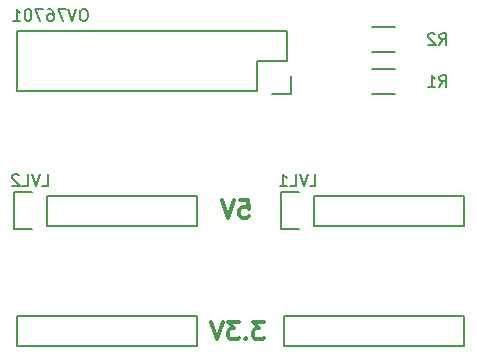
<source format=gbo>
G04 #@! TF.FileFunction,Legend,Bot*
%FSLAX46Y46*%
G04 Gerber Fmt 4.6, Leading zero omitted, Abs format (unit mm)*
G04 Created by KiCad (PCBNEW 4.0.2-stable) date 21.04.2016 21:16:34*
%MOMM*%
G01*
G04 APERTURE LIST*
%ADD10C,0.100000*%
%ADD11C,0.300000*%
%ADD12C,0.150000*%
G04 APERTURE END LIST*
D10*
D11*
X141001713Y-101477071D02*
X141715999Y-101477071D01*
X141787428Y-102191357D01*
X141715999Y-102119929D01*
X141573142Y-102048500D01*
X141215999Y-102048500D01*
X141073142Y-102119929D01*
X141001713Y-102191357D01*
X140930285Y-102334214D01*
X140930285Y-102691357D01*
X141001713Y-102834214D01*
X141073142Y-102905643D01*
X141215999Y-102977071D01*
X141573142Y-102977071D01*
X141715999Y-102905643D01*
X141787428Y-102834214D01*
X140501714Y-101477071D02*
X140001714Y-102977071D01*
X139501714Y-101477071D01*
X143057285Y-111764071D02*
X142128714Y-111764071D01*
X142628714Y-112335500D01*
X142414428Y-112335500D01*
X142271571Y-112406929D01*
X142200142Y-112478357D01*
X142128714Y-112621214D01*
X142128714Y-112978357D01*
X142200142Y-113121214D01*
X142271571Y-113192643D01*
X142414428Y-113264071D01*
X142843000Y-113264071D01*
X142985857Y-113192643D01*
X143057285Y-113121214D01*
X141485857Y-113121214D02*
X141414429Y-113192643D01*
X141485857Y-113264071D01*
X141557286Y-113192643D01*
X141485857Y-113121214D01*
X141485857Y-113264071D01*
X140914428Y-111764071D02*
X139985857Y-111764071D01*
X140485857Y-112335500D01*
X140271571Y-112335500D01*
X140128714Y-112406929D01*
X140057285Y-112478357D01*
X139985857Y-112621214D01*
X139985857Y-112978357D01*
X140057285Y-113121214D01*
X140128714Y-113192643D01*
X140271571Y-113264071D01*
X140700143Y-113264071D01*
X140843000Y-113192643D01*
X140914428Y-113121214D01*
X139557286Y-111764071D02*
X139057286Y-113264071D01*
X138557286Y-111764071D01*
D12*
X144500000Y-100812000D02*
X144500000Y-103912000D01*
X146050000Y-100812000D02*
X144500000Y-100812000D01*
X147320000Y-103632000D02*
X147320000Y-101092000D01*
X144500000Y-103912000D02*
X146050000Y-103912000D01*
X160020000Y-101092000D02*
X147320000Y-101092000D01*
X160020000Y-103632000D02*
X160020000Y-101092000D01*
X147320000Y-103632000D02*
X160020000Y-103632000D01*
X144780000Y-113792000D02*
X160020000Y-113792000D01*
X160020000Y-113792000D02*
X160020000Y-111252000D01*
X160020000Y-111252000D02*
X144780000Y-111252000D01*
X144780000Y-113792000D02*
X144780000Y-111252000D01*
X121894000Y-100812000D02*
X121894000Y-103912000D01*
X123444000Y-100812000D02*
X121894000Y-100812000D01*
X124714000Y-103632000D02*
X124714000Y-101092000D01*
X121894000Y-103912000D02*
X123444000Y-103912000D01*
X137414000Y-101092000D02*
X124714000Y-101092000D01*
X137414000Y-103632000D02*
X137414000Y-101092000D01*
X124714000Y-103632000D02*
X137414000Y-103632000D01*
X122174000Y-113792000D02*
X137414000Y-113792000D01*
X137414000Y-113792000D02*
X137414000Y-111252000D01*
X137414000Y-111252000D02*
X122174000Y-111252000D01*
X122174000Y-113792000D02*
X122174000Y-111252000D01*
X122174000Y-87122000D02*
X145034000Y-87122000D01*
X142494000Y-92202000D02*
X122174000Y-92202000D01*
X122174000Y-87122000D02*
X122174000Y-92202000D01*
X145034000Y-87122000D02*
X145034000Y-89662000D01*
X145314000Y-90932000D02*
X145314000Y-92482000D01*
X145034000Y-89662000D02*
X142494000Y-89662000D01*
X142494000Y-89662000D02*
X142494000Y-92202000D01*
X145314000Y-92482000D02*
X143764000Y-92482000D01*
X152162000Y-92515000D02*
X154162000Y-92515000D01*
X154162000Y-90365000D02*
X152162000Y-90365000D01*
X152162000Y-88959000D02*
X154162000Y-88959000D01*
X154162000Y-86809000D02*
X152162000Y-86809000D01*
X146923000Y-100274381D02*
X147399191Y-100274381D01*
X147399191Y-99274381D01*
X146732524Y-99274381D02*
X146399191Y-100274381D01*
X146065857Y-99274381D01*
X145256333Y-100274381D02*
X145732524Y-100274381D01*
X145732524Y-99274381D01*
X144399190Y-100274381D02*
X144970619Y-100274381D01*
X144684905Y-100274381D02*
X144684905Y-99274381D01*
X144780143Y-99417238D01*
X144875381Y-99512476D01*
X144970619Y-99560095D01*
X124253500Y-100274381D02*
X124729691Y-100274381D01*
X124729691Y-99274381D01*
X124063024Y-99274381D02*
X123729691Y-100274381D01*
X123396357Y-99274381D01*
X122586833Y-100274381D02*
X123063024Y-100274381D01*
X123063024Y-99274381D01*
X122301119Y-99369619D02*
X122253500Y-99322000D01*
X122158262Y-99274381D01*
X121920166Y-99274381D01*
X121824928Y-99322000D01*
X121777309Y-99369619D01*
X121729690Y-99464857D01*
X121729690Y-99560095D01*
X121777309Y-99702952D01*
X122348738Y-100274381D01*
X121729690Y-100274381D01*
X127872762Y-85304381D02*
X127682285Y-85304381D01*
X127587047Y-85352000D01*
X127491809Y-85447238D01*
X127444190Y-85637714D01*
X127444190Y-85971048D01*
X127491809Y-86161524D01*
X127587047Y-86256762D01*
X127682285Y-86304381D01*
X127872762Y-86304381D01*
X127968000Y-86256762D01*
X128063238Y-86161524D01*
X128110857Y-85971048D01*
X128110857Y-85637714D01*
X128063238Y-85447238D01*
X127968000Y-85352000D01*
X127872762Y-85304381D01*
X127158476Y-85304381D02*
X126825143Y-86304381D01*
X126491809Y-85304381D01*
X126253714Y-85304381D02*
X125587047Y-85304381D01*
X126015619Y-86304381D01*
X124777523Y-85304381D02*
X124968000Y-85304381D01*
X125063238Y-85352000D01*
X125110857Y-85399619D01*
X125206095Y-85542476D01*
X125253714Y-85732952D01*
X125253714Y-86113905D01*
X125206095Y-86209143D01*
X125158476Y-86256762D01*
X125063238Y-86304381D01*
X124872761Y-86304381D01*
X124777523Y-86256762D01*
X124729904Y-86209143D01*
X124682285Y-86113905D01*
X124682285Y-85875810D01*
X124729904Y-85780571D01*
X124777523Y-85732952D01*
X124872761Y-85685333D01*
X125063238Y-85685333D01*
X125158476Y-85732952D01*
X125206095Y-85780571D01*
X125253714Y-85875810D01*
X124348952Y-85304381D02*
X123682285Y-85304381D01*
X124110857Y-86304381D01*
X123110857Y-85304381D02*
X123015618Y-85304381D01*
X122920380Y-85352000D01*
X122872761Y-85399619D01*
X122825142Y-85494857D01*
X122777523Y-85685333D01*
X122777523Y-85923429D01*
X122825142Y-86113905D01*
X122872761Y-86209143D01*
X122920380Y-86256762D01*
X123015618Y-86304381D01*
X123110857Y-86304381D01*
X123206095Y-86256762D01*
X123253714Y-86209143D01*
X123301333Y-86113905D01*
X123348952Y-85923429D01*
X123348952Y-85685333D01*
X123301333Y-85494857D01*
X123253714Y-85399619D01*
X123206095Y-85352000D01*
X123110857Y-85304381D01*
X121825142Y-86304381D02*
X122396571Y-86304381D01*
X122110857Y-86304381D02*
X122110857Y-85304381D01*
X122206095Y-85447238D01*
X122301333Y-85542476D01*
X122396571Y-85590095D01*
X157900666Y-91892381D02*
X158234000Y-91416190D01*
X158472095Y-91892381D02*
X158472095Y-90892381D01*
X158091142Y-90892381D01*
X157995904Y-90940000D01*
X157948285Y-90987619D01*
X157900666Y-91082857D01*
X157900666Y-91225714D01*
X157948285Y-91320952D01*
X157995904Y-91368571D01*
X158091142Y-91416190D01*
X158472095Y-91416190D01*
X156948285Y-91892381D02*
X157519714Y-91892381D01*
X157234000Y-91892381D02*
X157234000Y-90892381D01*
X157329238Y-91035238D01*
X157424476Y-91130476D01*
X157519714Y-91178095D01*
X157900666Y-88336381D02*
X158234000Y-87860190D01*
X158472095Y-88336381D02*
X158472095Y-87336381D01*
X158091142Y-87336381D01*
X157995904Y-87384000D01*
X157948285Y-87431619D01*
X157900666Y-87526857D01*
X157900666Y-87669714D01*
X157948285Y-87764952D01*
X157995904Y-87812571D01*
X158091142Y-87860190D01*
X158472095Y-87860190D01*
X157519714Y-87431619D02*
X157472095Y-87384000D01*
X157376857Y-87336381D01*
X157138761Y-87336381D01*
X157043523Y-87384000D01*
X156995904Y-87431619D01*
X156948285Y-87526857D01*
X156948285Y-87622095D01*
X156995904Y-87764952D01*
X157567333Y-88336381D01*
X156948285Y-88336381D01*
M02*

</source>
